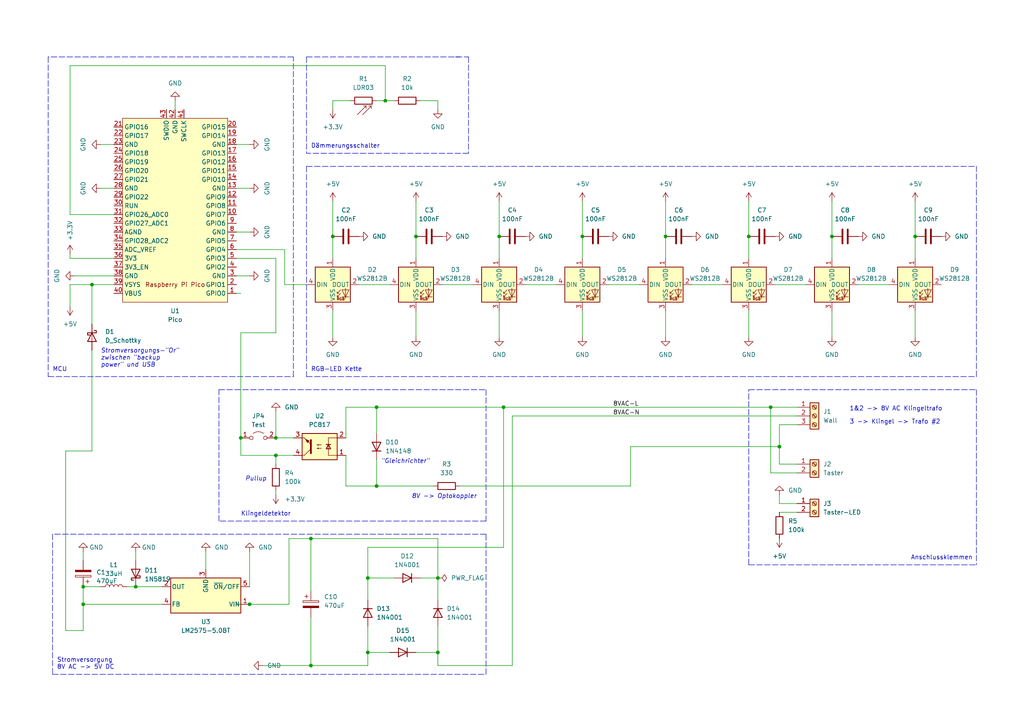
<source format=kicad_sch>
(kicad_sch (version 20211123) (generator eeschema)
  (paper "A4")
  (title_block (title "Türschild Heinrichsweg 9, 52249 Eschweiler"))
  (lib_symbols
    (symbol "Connector:Screw_Terminal_01x02" (pin_names (offset 1.016) hide)
      (property "Reference" "J" (at 0 2.54 0))
      (property "Value" "Screw_Terminal_01x02" (at 0 -5.08 0))
      (symbol "Screw_Terminal_01x02_1_1"
        (rectangle (start -1.27 1.27) (end 1.27 -3.81) (stroke (width 0.254)) (fill (type background)))
        (circle (center 0 -2.54) (radius 0.635) (stroke (width 0.1524)))
        (polyline (pts (xy -0.5334 -2.2098) (xy 0.3302 -3.048)) (stroke (width 0.1524)))
        (polyline (pts (xy -0.5334 0.3302) (xy 0.3302 -0.508)) (stroke (width 0.1524)))
        (polyline (pts (xy -0.3556 -2.032) (xy 0.508 -2.8702)) (stroke (width 0.1524)))
        (polyline (pts (xy -0.3556 0.508) (xy 0.508 -0.3302)) (stroke (width 0.1524)))
        (circle (center 0 0) (radius 0.635) (stroke (width 0.1524)))
        (pin passive line (at -5.08 0 0) (length 3.81) (name "Pin_1") (number "1"))
        (pin passive line (at -5.08 -2.54 0) (length 3.81) (name "Pin_2") (number "2"))
      )
    )
    (symbol "Connector:Screw_Terminal_01x03" (pin_names (offset 1.016) hide)
      (property "Reference" "J" (at 0 5.08 0))
      (property "Value" "Screw_Terminal_01x03" (at 0 -5.08 0))
      (symbol "Screw_Terminal_01x03_1_1"
        (rectangle (start -1.27 3.81) (end 1.27 -3.81) (stroke (width 0.254)) (fill (type background)))
        (circle (center 0 -2.54) (radius 0.635) (stroke (width 0.1524)))
        (polyline (pts (xy -0.5334 -2.2098) (xy 0.3302 -3.048)) (stroke (width 0.1524)))
        (polyline (pts (xy -0.5334 0.3302) (xy 0.3302 -0.508)) (stroke (width 0.1524)))
        (polyline (pts (xy -0.5334 2.8702) (xy 0.3302 2.032)) (stroke (width 0.1524)))
        (polyline (pts (xy -0.3556 -2.032) (xy 0.508 -2.8702)) (stroke (width 0.1524)))
        (polyline (pts (xy -0.3556 0.508) (xy 0.508 -0.3302)) (stroke (width 0.1524)))
        (polyline (pts (xy -0.3556 3.048) (xy 0.508 2.2098)) (stroke (width 0.1524)))
        (circle (center 0 0) (radius 0.635) (stroke (width 0.1524)))
        (circle (center 0 2.54) (radius 0.635) (stroke (width 0.1524)))
        (pin passive line (at -5.08 2.54 0) (length 3.81) (name "Pin_1") (number "1"))
        (pin passive line (at -5.08 0 0) (length 3.81) (name "Pin_2") (number "2"))
        (pin passive line (at -5.08 -2.54 0) (length 3.81) (name "Pin_3") (number "3"))
      )
    )
    (symbol "Device:C" (pin_numbers hide) (pin_names (offset 0.254))
      (property "Reference" "C" (at 0.635 2.54 0))
      (property "Value" "C" (at 0.635 -2.54 0))
      (symbol "C_0_1"
        (polyline (pts (xy -2.032 -0.762) (xy 2.032 -0.762)) (stroke (width 0.508)))
        (polyline (pts (xy -2.032 0.762) (xy 2.032 0.762)) (stroke (width 0.508)))
      )
      (symbol "C_1_1"
        (pin passive line (at 0 3.81 270) (length 2.794) (name "~") (number "1"))
        (pin passive line (at 0 -3.81 90) (length 2.794) (name "~") (number "2"))
      )
    )
    (symbol "Device:C_Polarized" (pin_numbers hide) (pin_names (offset 0.254))
      (property "Reference" "C" (at 0.635 2.54 0))
      (property "Value" "C_Polarized" (at 0.635 -2.54 0))
      (symbol "C_Polarized_0_1"
        (rectangle (start -2.286 0.508) (end 2.286 1.016))
        (polyline (pts (xy -1.778 2.286) (xy -0.762 2.286)))
        (polyline (pts (xy -1.27 2.794) (xy -1.27 1.778)))
        (rectangle (start 2.286 -0.508) (end -2.286 -1.016) (fill (type outline)))
      )
      (symbol "C_Polarized_1_1"
        (pin passive line (at 0 3.81 270) (length 2.794) (name "~") (number "1"))
        (pin passive line (at 0 -3.81 90) (length 2.794) (name "~") (number "2"))
      )
    )
    (symbol "Device:D_Schottky" (pin_numbers hide) (pin_names (offset 1.016) hide)
      (property "Reference" "D" (at 0 2.54 0))
      (property "Value" "D_Schottky" (at 0 -2.54 0))
      (symbol "D_Schottky_0_1"
        (polyline (pts (xy 1.27 0) (xy -1.27 0)))
        (polyline (pts (xy 1.27 1.27) (xy 1.27 -1.27) (xy -1.27 0) (xy 1.27 1.27)) (stroke (width 0.254)))
        (polyline (pts (xy -1.905 0.635) (xy -1.905 1.27) (xy -1.27 1.27) (xy -1.27 -1.27) (xy -0.635 -1.27) (xy -0.635 -0.635)) (stroke (width 0.254)))
      )
      (symbol "D_Schottky_1_1"
        (pin passive line (at -3.81 0 0) (length 2.54) (name "K") (number "1"))
        (pin passive line (at 3.81 0 180) (length 2.54) (name "A") (number "2"))
      )
    )
    (symbol "Device:L" (pin_numbers hide) (pin_names (offset 1.016) hide)
      (property "Reference" "L" (at -1.27 0 90))
      (property "Value" "L" (at 1.905 0 90))
      (symbol "L_0_1"
        (arc (start 0 -2.54) (mid 0.635 -1.905) (end 0 -1.27))
        (arc (start 0 -1.27) (mid 0.635 -0.635) (end 0 0))
        (arc (start 0 0) (mid 0.635 0.635) (end 0 1.27))
        (arc (start 0 1.27) (mid 0.635 1.905) (end 0 2.54))
      )
      (symbol "L_1_1"
        (pin passive line (at 0 3.81 270) (length 1.27) (name "1") (number "1"))
        (pin passive line (at 0 -3.81 90) (length 1.27) (name "2") (number "2"))
      )
    )
    (symbol "Device:R" (pin_numbers hide) (pin_names (offset 0))
      (property "Reference" "R" (at 2.032 0 90))
      (property "Value" "R" (at 0 0 90))
      (symbol "R_0_1"
        (rectangle (start -1.016 -2.54) (end 1.016 2.54) (stroke (width 0.254)))
      )
      (symbol "R_1_1"
        (pin passive line (at 0 3.81 270) (length 1.27) (name "~") (number "1"))
        (pin passive line (at 0 -3.81 90) (length 1.27) (name "~") (number "2"))
      )
    )
    (symbol "Diode:1N4001" (pin_numbers hide) (pin_names (offset 1.016) hide)
      (property "Reference" "D" (at 0 2.54 0))
      (property "Value" "1N4001" (at 0 -2.54 0))
      (symbol "1N4001_0_1"
        (polyline (pts (xy -1.27 1.27) (xy -1.27 -1.27)) (stroke (width 0.254)))
        (polyline (pts (xy 1.27 0) (xy -1.27 0)))
        (polyline (pts (xy 1.27 1.27) (xy 1.27 -1.27) (xy -1.27 0) (xy 1.27 1.27)) (stroke (width 0.254)))
      )
      (symbol "1N4001_1_1"
        (pin passive line (at -3.81 0 0) (length 2.54) (name "K") (number "1"))
        (pin passive line (at 3.81 0 180) (length 2.54) (name "A") (number "2"))
      )
    )
    (symbol "Diode:1N4148" (pin_numbers hide) (pin_names (offset 1.016) hide)
      (property "Reference" "D" (at 0 2.54 0))
      (property "Value" "1N4148" (at 0 -2.54 0))
      (symbol "1N4148_0_1"
        (polyline (pts (xy -1.27 1.27) (xy -1.27 -1.27)) (stroke (width 0.254)))
        (polyline (pts (xy 1.27 0) (xy -1.27 0)))
        (polyline (pts (xy 1.27 1.27) (xy 1.27 -1.27) (xy -1.27 0) (xy 1.27 1.27)) (stroke (width 0.254)))
      )
      (symbol "1N4148_1_1"
        (pin passive line (at -3.81 0 0) (length 2.54) (name "K") (number "1"))
        (pin passive line (at 3.81 0 180) (length 2.54) (name "A") (number "2"))
      )
    )
    (symbol "Diode:1N5819" (pin_numbers hide) (pin_names (offset 1.016) hide)
      (property "Reference" "D" (at 0 2.54 0))
      (property "Value" "1N5819" (at 0 -2.54 0))
      (symbol "1N5819_0_1"
        (polyline (pts (xy 1.27 0) (xy -1.27 0)))
        (polyline (pts (xy 1.27 1.27) (xy 1.27 -1.27) (xy -1.27 0) (xy 1.27 1.27)) (stroke (width 0.254)))
        (polyline (pts (xy -1.905 0.635) (xy -1.905 1.27) (xy -1.27 1.27) (xy -1.27 -1.27) (xy -0.635 -1.27) (xy -0.635 -0.635)) (stroke (width 0.254)))
      )
      (symbol "1N5819_1_1"
        (pin passive line (at -3.81 0 0) (length 2.54) (name "K") (number "1"))
        (pin passive line (at 3.81 0 180) (length 2.54) (name "A") (number "2"))
      )
    )
    (symbol "Isolator:PC817" (pin_names (offset 1.016))
      (property "Reference" "U" (at -5.08 5.08 0))
      (property "Value" "PC817" (at 0 5.08 0))
      (symbol "PC817_0_1"
        (rectangle (start -5.08 3.81) (end 5.08 -3.81) (stroke (width 0.254)) (fill (type background)))
        (polyline (pts (xy -3.175 -0.635) (xy -1.905 -0.635)) (stroke (width 0.254)))
        (polyline (pts (xy 2.54 0.635) (xy 4.445 2.54)))
        (polyline (pts (xy 4.445 -2.54) (xy 2.54 -0.635)) (fill (type outline)))
        (polyline (pts (xy 4.445 -2.54) (xy 5.08 -2.54)))
        (polyline (pts (xy 4.445 2.54) (xy 5.08 2.54)))
        (polyline (pts (xy -5.08 2.54) (xy -2.54 2.54) (xy -2.54 -0.635)))
        (polyline (pts (xy -2.54 -0.635) (xy -2.54 -2.54) (xy -5.08 -2.54)))
        (polyline (pts (xy 2.54 1.905) (xy 2.54 -1.905) (xy 2.54 -1.905)) (stroke (width 0.508)))
        (polyline (pts (xy -2.54 -0.635) (xy -3.175 0.635) (xy -1.905 0.635) (xy -2.54 -0.635)) (stroke (width 0.254)))
        (polyline (pts (xy -0.508 -0.508) (xy 0.762 -0.508) (xy 0.381 -0.635) (xy 0.381 -0.381) (xy 0.762 -0.508)))
        (polyline (pts (xy -0.508 0.508) (xy 0.762 0.508) (xy 0.381 0.381) (xy 0.381 0.635) (xy 0.762 0.508)))
        (polyline (pts (xy 3.048 -1.651) (xy 3.556 -1.143) (xy 4.064 -2.159) (xy 3.048 -1.651) (xy 3.048 -1.651)) (fill (type outline)))
      )
      (symbol "PC817_1_1"
        (pin passive line (at -7.62 2.54 0) (length 2.54) (name "~") (number "1"))
        (pin passive line (at -7.62 -2.54 0) (length 2.54) (name "~") (number "2"))
        (pin passive line (at 7.62 -2.54 180) (length 2.54) (name "~") (number "3"))
        (pin passive line (at 7.62 2.54 180) (length 2.54) (name "~") (number "4"))
      )
    )
    (symbol "Jumper:Jumper_2_Open" (pin_names (offset 0) hide)
      (property "Reference" "JP" (at 0 2.794 0))
      (property "Value" "Jumper_2_Open" (at 0 -2.286 0))
      (symbol "Jumper_2_Open_0_0"
        (circle (center -2.032 0) (radius 0.508))
        (circle (center 2.032 0) (radius 0.508))
      )
      (symbol "Jumper_2_Open_0_1"
        (arc (start 1.524 1.27) (mid 0 1.778) (end -1.524 1.27))
      )
      (symbol "Jumper_2_Open_1_1"
        (pin passive line (at -5.08 0 0) (length 2.54) (name "A") (number "1"))
        (pin passive line (at 5.08 0 180) (length 2.54) (name "B") (number "2"))
      )
    )
    (symbol "LED:WS2812B" (pin_names (offset 0.254))
      (property "Reference" "D" (at 5.08 5.715 0))
      (property "Value" "WS2812B" (at 1.27 -5.715 0))
      (symbol "WS2812B_0_0"
        (text "RGB" (at 2.286 -4.191 0) (effects (font (size 0.762 0.762))))
      )
      (symbol "WS2812B_0_1"
        (polyline (pts (xy 1.27 -3.556) (xy 1.778 -3.556)))
        (polyline (pts (xy 1.27 -2.54) (xy 1.778 -2.54)))
        (polyline (pts (xy 4.699 -3.556) (xy 2.667 -3.556)))
        (polyline (pts (xy 2.286 -2.54) (xy 1.27 -3.556) (xy 1.27 -3.048)))
        (polyline (pts (xy 2.286 -1.524) (xy 1.27 -2.54) (xy 1.27 -2.032)))
        (polyline (pts (xy 3.683 -1.016) (xy 3.683 -3.556) (xy 3.683 -4.064)))
        (polyline (pts (xy 4.699 -1.524) (xy 2.667 -1.524) (xy 3.683 -3.556) (xy 4.699 -1.524)))
        (rectangle (start 5.08 5.08) (end -5.08 -5.08) (stroke (width 0.254)) (fill (type background)))
      )
      (symbol "WS2812B_1_1"
        (pin power_in line (at 0 7.62 270) (length 2.54) (name "VDD") (number "1"))
        (pin output line (at 7.62 0 180) (length 2.54) (name "DOUT") (number "2"))
        (pin power_in line (at 0 -7.62 90) (length 2.54) (name "VSS") (number "3"))
        (pin input line (at -7.62 0 0) (length 2.54) (name "DIN") (number "4"))
      )
    )
    (symbol "MCU_RaspberryPi_and_Boards:Pico"
      (property "Reference" "U" (at -13.97 27.94 0))
      (property "Value" "Pico" (at 0 19.05 0))
      (symbol "Pico_0_0"
        (text "Raspberry Pi Pico" (at 0 21.59 0) (effects (font (size 1.27 1.27))))
      )
      (symbol "Pico_0_1"
        (rectangle (start -15.24 26.67) (end 15.24 -26.67) (fill (type background)))
      )
      (symbol "Pico_1_1"
        (pin bidirectional line (at -17.78 24.13 0) (length 2.54) (name "GPIO0") (number "1"))
        (pin bidirectional line (at -17.78 1.27 0) (length 2.54) (name "GPIO7") (number "10"))
        (pin bidirectional line (at -17.78 -1.27 0) (length 2.54) (name "GPIO8") (number "11"))
        (pin bidirectional line (at -17.78 -3.81 0) (length 2.54) (name "GPIO9") (number "12"))
        (pin power_in line (at -17.78 -6.35 0) (length 2.54) (name "GND") (number "13"))
        (pin bidirectional line (at -17.78 -8.89 0) (length 2.54) (name "GPIO10") (number "14"))
        (pin bidirectional line (at -17.78 -11.43 0) (length 2.54) (name "GPIO11") (number "15"))
        (pin bidirectional line (at -17.78 -13.97 0) (length 2.54) (name "GPIO12") (number "16"))
        (pin bidirectional line (at -17.78 -16.51 0) (length 2.54) (name "GPIO13") (number "17"))
        (pin power_in line (at -17.78 -19.05 0) (length 2.54) (name "GND") (number "18"))
        (pin bidirectional line (at -17.78 -21.59 0) (length 2.54) (name "GPIO14") (number "19"))
        (pin bidirectional line (at -17.78 21.59 0) (length 2.54) (name "GPIO1") (number "2"))
        (pin bidirectional line (at -17.78 -24.13 0) (length 2.54) (name "GPIO15") (number "20"))
        (pin bidirectional line (at 17.78 -24.13 180) (length 2.54) (name "GPIO16") (number "21"))
        (pin bidirectional line (at 17.78 -21.59 180) (length 2.54) (name "GPIO17") (number "22"))
        (pin power_in line (at 17.78 -19.05 180) (length 2.54) (name "GND") (number "23"))
        (pin bidirectional line (at 17.78 -16.51 180) (length 2.54) (name "GPIO18") (number "24"))
        (pin bidirectional line (at 17.78 -13.97 180) (length 2.54) (name "GPIO19") (number "25"))
        (pin bidirectional line (at 17.78 -11.43 180) (length 2.54) (name "GPIO20") (number "26"))
        (pin bidirectional line (at 17.78 -8.89 180) (length 2.54) (name "GPIO21") (number "27"))
        (pin power_in line (at 17.78 -6.35 180) (length 2.54) (name "GND") (number "28"))
        (pin bidirectional line (at 17.78 -3.81 180) (length 2.54) (name "GPIO22") (number "29"))
        (pin power_in line (at -17.78 19.05 0) (length 2.54) (name "GND") (number "3"))
        (pin input line (at 17.78 -1.27 180) (length 2.54) (name "RUN") (number "30"))
        (pin bidirectional line (at 17.78 1.27 180) (length 2.54) (name "GPIO26_ADC0") (number "31"))
        (pin bidirectional line (at 17.78 3.81 180) (length 2.54) (name "GPIO27_ADC1") (number "32"))
        (pin power_in line (at 17.78 6.35 180) (length 2.54) (name "AGND") (number "33"))
        (pin bidirectional line (at 17.78 8.89 180) (length 2.54) (name "GPIO28_ADC2") (number "34"))
        (pin power_in line (at 17.78 11.43 180) (length 2.54) (name "ADC_VREF") (number "35"))
        (pin power_in line (at 17.78 13.97 180) (length 2.54) (name "3V3") (number "36"))
        (pin input line (at 17.78 16.51 180) (length 2.54) (name "3V3_EN") (number "37"))
        (pin bidirectional line (at 17.78 19.05 180) (length 2.54) (name "GND") (number "38"))
        (pin power_in line (at 17.78 21.59 180) (length 2.54) (name "VSYS") (number "39"))
        (pin bidirectional line (at -17.78 16.51 0) (length 2.54) (name "GPIO2") (number "4"))
        (pin power_in line (at 17.78 24.13 180) (length 2.54) (name "VBUS") (number "40"))
        (pin input line (at -2.54 -29.21 90) (length 2.54) (name "SWCLK") (number "41"))
        (pin power_in line (at 0 -29.21 90) (length 2.54) (name "GND") (number "42"))
        (pin bidirectional line (at 2.54 -29.21 90) (length 2.54) (name "SWDIO") (number "43"))
        (pin bidirectional line (at -17.78 13.97 0) (length 2.54) (name "GPIO3") (number "5"))
        (pin bidirectional line (at -17.78 11.43 0) (length 2.54) (name "GPIO4") (number "6"))
        (pin bidirectional line (at -17.78 8.89 0) (length 2.54) (name "GPIO5") (number "7"))
        (pin power_in line (at -17.78 6.35 0) (length 2.54) (name "GND") (number "8"))
        (pin bidirectional line (at -17.78 3.81 0) (length 2.54) (name "GPIO6") (number "9"))
      )
    )
    (symbol "Regulator_Switching:LM2575-5.0BT" (pin_names (offset 0.254))
      (property "Reference" "U" (at -10.16 6.35 0))
      (property "Value" "LM2575-5.0BT" (at 0 6.35 0))
      (symbol "LM2575-5.0BT_0_1"
        (rectangle (start -10.16 5.08) (end 10.16 -5.08) (stroke (width 0.254)) (fill (type background)))
      )
      (symbol "LM2575-5.0BT_1_1"
        (pin power_in line (at -12.7 2.54 0) (length 2.54) (name "VIN") (number "1"))
        (pin output line (at 12.7 -2.54 180) (length 2.54) (name "OUT") (number "2"))
        (pin power_in line (at 0 -7.62 90) (length 2.54) (name "GND") (number "3"))
        (pin input line (at 12.7 2.54 180) (length 2.54) (name "FB") (number "4"))
        (pin input line (at -12.7 -2.54 0) (length 2.54) (name "~{ON}/OFF") (number "5"))
      )
    )
    (symbol "Sensor_Optical:LDR03" (pin_numbers hide) (pin_names (offset 0))
      (property "Reference" "R" (at -5.08 0 90))
      (property "Value" "LDR03" (at 1.905 0 90))
      (symbol "LDR03_0_1"
        (rectangle (start -1.016 2.54) (end 1.016 -2.54) (stroke (width 0.254)))
        (polyline (pts (xy -1.524 -2.286) (xy -4.064 0.254)))
        (polyline (pts (xy -1.524 -2.286) (xy -2.286 -2.286)))
        (polyline (pts (xy -1.524 -2.286) (xy -1.524 -1.524)))
        (polyline (pts (xy -1.524 -0.762) (xy -4.064 1.778)))
        (polyline (pts (xy -1.524 -0.762) (xy -2.286 -0.762)))
        (polyline (pts (xy -1.524 -0.762) (xy -1.524 0)))
      )
      (symbol "LDR03_1_1"
        (pin passive line (at 0 3.81 270) (length 1.27) (name "~") (number "1"))
        (pin passive line (at 0 -3.81 90) (length 1.27) (name "~") (number "2"))
      )
    )
    (symbol "power:+3.3V" (power) (pin_names (offset 0))
      (property "Value" "+3.3V" (at 0 3.556 0))
      (symbol "+3.3V_0_1"
        (polyline (pts (xy -0.762 1.27) (xy 0 2.54)))
        (polyline (pts (xy 0 0) (xy 0 2.54)))
        (polyline (pts (xy 0 2.54) (xy 0.762 1.27)))
      )
      (symbol "+3.3V_1_1"
        (pin power_in line (at 0 0 90) (length 0) hide (name "+3.3V") (number "1"))
      )
    )
    (symbol "power:+5V" (power) (pin_names (offset 0))
      (property "Value" "+5V" (at 0 3.556 0))
      (symbol "+5V_0_1"
        (polyline (pts (xy -0.762 1.27) (xy 0 2.54)))
        (polyline (pts (xy 0 0) (xy 0 2.54)))
        (polyline (pts (xy 0 2.54) (xy 0.762 1.27)))
      )
      (symbol "+5V_1_1"
        (pin power_in line (at 0 0 90) (length 0) hide (name "+5V") (number "1"))
      )
    )
    (symbol "power:GND" (power) (pin_names (offset 0))
      (property "Value" "GND" (at 0 -3.81 0))
      (symbol "GND_0_1"
        (polyline (pts (xy 0 0) (xy 0 -1.27) (xy 1.27 -1.27) (xy 0 -2.54) (xy -1.27 -1.27) (xy 0 -1.27)))
      )
      (symbol "GND_1_1"
        (pin power_in line (at 0 0 270) (length 0) hide (name "GND") (number "1"))
      )
    )
    (symbol "power:PWR_FLAG" (power) (pin_numbers hide) (pin_names (offset 0) hide)
      (property "Value" "PWR_FLAG" (at 0 3.81 0))
      (symbol "PWR_FLAG_0_0"
        (pin power_out line (at 0 0 90) (length 0) (name "pwr") (number "1"))
      )
      (symbol "PWR_FLAG_0_1"
        (polyline (pts (xy 0 0) (xy 0 1.27) (xy -1.016 1.905) (xy 0 2.54) (xy 1.016 1.905) (xy 0 1.27)))
      )
    )
  )
  (junction (at 39.37 170.18))
  (junction (at 168.91 68.58))
  (junction (at 109.22 118.11))
  (junction (at 146.05 118.11))
  (junction (at 80.01 127))
  (junction (at 217.17 68.58))
  (junction (at 226.06 129.54))
  (junction (at 90.17 156.21))
  (junction (at 127 189.23))
  (junction (at 72.39 175.26))
  (junction (at 265.43 68.58))
  (junction (at 80.01 132.08))
  (junction (at 223.52 118.11))
  (junction (at 241.3 68.58))
  (junction (at 144.78 68.58))
  (junction (at 109.22 140.97))
  (junction (at 24.13 170.18))
  (junction (at 96.52 68.58))
  (junction (at 127 167.64))
  (junction (at 69.85 127))
  (junction (at 106.68 189.23))
  (junction (at 120.65 68.58))
  (junction (at 106.68 167.64))
  (junction (at 90.17 193.04))
  (junction (at 24.13 175.26))
  (junction (at 26.67 82.55))
  (junction (at 111.76 29.21))
  (junction (at 193.04 68.58))
  (wire (pts (xy 68.58 74.93) (xy 80.01 74.93)))
  (wire (pts (xy 100.33 118.11) (xy 109.22 118.11)))
  (polyline (pts (xy 88.9 48.26) (xy 283.21 48.26)))
  (wire (pts (xy 223.52 118.11) (xy 231.14 118.11)))
  (wire (pts (xy 248.92 82.55) (xy 257.81 82.55)))
  (polyline (pts (xy 15.24 195.58) (xy 140.97 195.58)))
  (wire (pts (xy 148.59 120.65) (xy 148.59 193.04)))
  (polyline (pts (xy 88.9 16.51) (xy 88.9 44.45)))
  (wire (pts (xy 19.05 182.88) (xy 19.05 130.81)))
  (wire (pts (xy 20.32 19.05) (xy 20.32 62.23)))
  (wire (pts (xy 68.58 54.61) (xy 72.39 54.61)))
  (wire (pts (xy 68.58 72.39) (xy 82.55 72.39)))
  (wire (pts (xy 128.27 82.55) (xy 137.16 82.55)))
  (wire (pts (xy 265.43 90.17) (xy 265.43 97.79)))
  (wire (pts (xy 24.13 160.02) (xy 24.13 162.56)))
  (wire (pts (xy 193.04 97.79) (xy 193.04 90.17)))
  (wire (pts (xy 217.17 68.58) (xy 217.17 74.93)))
  (polyline (pts (xy 135.89 44.45) (xy 88.9 44.45)))
  (wire (pts (xy 20.32 82.55) (xy 20.32 88.9)))
  (polyline (pts (xy 140.97 113.03) (xy 140.97 151.13)))
  (wire (pts (xy 265.43 58.42) (xy 265.43 68.58)))
  (wire (pts (xy 226.06 146.05) (xy 231.14 146.05)))
  (wire (pts (xy 144.78 90.17) (xy 144.78 97.79)))
  (wire (pts (xy 109.22 29.21) (xy 111.76 29.21)))
  (wire (pts (xy 226.06 134.62) (xy 231.14 134.62)))
  (polyline (pts (xy 140.97 151.13) (xy 63.5 151.13)))
  (wire (pts (xy 111.76 29.21) (xy 114.3 29.21)))
  (wire (pts (xy 152.4 82.55) (xy 161.29 82.55)))
  (polyline (pts (xy 63.5 113.03) (xy 140.97 113.03)))
  (wire (pts (xy 109.22 133.35) (xy 109.22 140.97)))
  (wire (pts (xy 120.65 90.17) (xy 120.65 97.79)))
  (polyline (pts (xy 63.5 151.13) (xy 63.5 113.03)))
  (polyline (pts (xy 132.08 16.51) (xy 133.35 16.51)))
  (wire (pts (xy 83.82 156.21) (xy 83.82 175.26)))
  (wire (pts (xy 100.33 127) (xy 100.33 118.11)))
  (wire (pts (xy 106.68 158.75) (xy 146.05 158.75)))
  (wire (pts (xy 226.06 129.54) (xy 226.06 134.62)))
  (wire (pts (xy 96.52 68.58) (xy 96.52 74.93)))
  (wire (pts (xy 20.32 74.93) (xy 33.02 74.93)))
  (wire (pts (xy 106.68 173.99) (xy 106.68 167.64)))
  (wire (pts (xy 26.67 130.81) (xy 26.67 101.6)))
  (wire (pts (xy 193.04 68.58) (xy 193.04 74.93)))
  (wire (pts (xy 101.6 29.21) (xy 96.52 29.21)))
  (wire (pts (xy 146.05 118.11) (xy 146.05 158.75)))
  (wire (pts (xy 127 181.61) (xy 127 189.23)))
  (wire (pts (xy 193.04 58.42) (xy 193.04 68.58)))
  (wire (pts (xy 226.06 148.59) (xy 231.14 148.59)))
  (wire (pts (xy 224.79 82.55) (xy 233.68 82.55)))
  (polyline (pts (xy 140.97 154.94) (xy 15.24 154.94)))
  (wire (pts (xy 76.2 193.04) (xy 90.17 193.04)))
  (wire (pts (xy 100.33 140.97) (xy 109.22 140.97)))
  (wire (pts (xy 36.83 170.18) (xy 39.37 170.18)))
  (wire (pts (xy 26.67 82.55) (xy 26.67 93.98)))
  (polyline (pts (xy 85.09 109.22) (xy 85.09 16.51)))
  (wire (pts (xy 241.3 58.42) (xy 241.3 68.58)))
  (wire (pts (xy 59.69 160.02) (xy 59.69 165.1)))
  (wire (pts (xy 68.58 67.31) (xy 72.39 67.31)))
  (wire (pts (xy 241.3 68.58) (xy 241.3 74.93)))
  (wire (pts (xy 168.91 68.58) (xy 168.91 74.93)))
  (wire (pts (xy 68.58 80.01) (xy 72.39 80.01)))
  (wire (pts (xy 168.91 58.42) (xy 168.91 68.58)))
  (wire (pts (xy 106.68 193.04) (xy 90.17 193.04)))
  (polyline (pts (xy 217.17 163.83) (xy 217.17 113.03)))
  (wire (pts (xy 182.88 129.54) (xy 226.06 129.54)))
  (wire (pts (xy 200.66 82.55) (xy 209.55 82.55)))
  (polyline (pts (xy 88.9 109.22) (xy 283.21 109.22)))
  (wire (pts (xy 19.05 182.88) (xy 24.13 182.88)))
  (wire (pts (xy 241.3 97.79) (xy 241.3 90.17)))
  (wire (pts (xy 96.52 58.42) (xy 96.52 68.58)))
  (wire (pts (xy 69.85 127) (xy 69.85 96.52)))
  (wire (pts (xy 106.68 189.23) (xy 106.68 193.04)))
  (wire (pts (xy 29.21 54.61) (xy 33.02 54.61)))
  (wire (pts (xy 80.01 142.24) (xy 80.01 143.51)))
  (wire (pts (xy 120.65 68.58) (xy 120.65 74.93)))
  (wire (pts (xy 127 167.64) (xy 127 173.99)))
  (wire (pts (xy 20.32 19.05) (xy 111.76 19.05)))
  (wire (pts (xy 217.17 58.42) (xy 217.17 68.58)))
  (polyline (pts (xy 283.21 113.03) (xy 283.21 163.83)))
  (wire (pts (xy 231.14 137.16) (xy 223.52 137.16)))
  (wire (pts (xy 231.14 123.19) (xy 226.06 123.19)))
  (wire (pts (xy 39.37 160.02) (xy 39.37 162.56)))
  (wire (pts (xy 24.13 170.18) (xy 29.21 170.18)))
  (wire (pts (xy 80.01 119.38) (xy 80.01 127)))
  (wire (pts (xy 144.78 58.42) (xy 144.78 68.58)))
  (polyline (pts (xy 283.21 109.22) (xy 283.21 48.26)))
  (wire (pts (xy 69.85 96.52) (xy 80.01 96.52)))
  (wire (pts (xy 148.59 120.65) (xy 231.14 120.65)))
  (wire (pts (xy 24.13 170.18) (xy 24.13 175.26)))
  (wire (pts (xy 24.13 175.26) (xy 24.13 182.88)))
  (wire (pts (xy 69.85 132.08) (xy 80.01 132.08)))
  (wire (pts (xy 39.37 170.18) (xy 46.99 170.18)))
  (wire (pts (xy 90.17 156.21) (xy 127 156.21)))
  (wire (pts (xy 226.06 143.51) (xy 226.06 146.05)))
  (wire (pts (xy 121.92 167.64) (xy 127 167.64)))
  (wire (pts (xy 20.32 73.66) (xy 20.32 74.93)))
  (wire (pts (xy 265.43 68.58) (xy 265.43 74.93)))
  (wire (pts (xy 109.22 140.97) (xy 125.73 140.97)))
  (wire (pts (xy 127 29.21) (xy 127 31.75)))
  (polyline (pts (xy 217.17 163.83) (xy 283.21 163.83)))
  (wire (pts (xy 182.88 140.97) (xy 182.88 129.54)))
  (wire (pts (xy 226.06 123.19) (xy 226.06 129.54)))
  (wire (pts (xy 29.21 41.91) (xy 33.02 41.91)))
  (wire (pts (xy 121.92 29.21) (xy 127 29.21)))
  (wire (pts (xy 69.85 127) (xy 69.85 132.08)))
  (wire (pts (xy 111.76 29.21) (xy 111.76 19.05)))
  (polyline (pts (xy 135.89 16.51) (xy 135.89 44.45)))
  (wire (pts (xy 68.58 175.26) (xy 72.39 175.26)))
  (wire (pts (xy 68.58 41.91) (xy 72.39 41.91)))
  (wire (pts (xy 217.17 90.17) (xy 217.17 97.79)))
  (wire (pts (xy 120.65 58.42) (xy 120.65 68.58)))
  (polyline (pts (xy 140.97 195.58) (xy 140.97 154.94)))
  (wire (pts (xy 24.13 175.26) (xy 46.99 175.26)))
  (wire (pts (xy 90.17 179.07) (xy 90.17 193.04)))
  (polyline (pts (xy 13.97 109.22) (xy 85.09 109.22)))
  (wire (pts (xy 96.52 90.17) (xy 96.52 97.79)))
  (wire (pts (xy 127 167.64) (xy 127 156.21)))
  (wire (pts (xy 72.39 175.26) (xy 83.82 175.26)))
  (wire (pts (xy 80.01 127) (xy 85.09 127)))
  (wire (pts (xy 223.52 137.16) (xy 223.52 118.11)))
  (wire (pts (xy 176.53 82.55) (xy 185.42 82.55)))
  (wire (pts (xy 33.02 82.55) (xy 26.67 82.55)))
  (wire (pts (xy 146.05 118.11) (xy 109.22 118.11)))
  (polyline (pts (xy 217.17 113.03) (xy 283.21 113.03)))
  (wire (pts (xy 113.03 189.23) (xy 106.68 189.23)))
  (wire (pts (xy 96.52 29.21) (xy 96.52 31.75)))
  (wire (pts (xy 106.68 167.64) (xy 114.3 167.64)))
  (wire (pts (xy 69.85 85.09) (xy 68.58 85.09)))
  (polyline (pts (xy 13.97 16.51) (xy 13.97 109.22)))
  (wire (pts (xy 90.17 156.21) (xy 83.82 156.21)))
  (wire (pts (xy 106.68 189.23) (xy 106.68 181.61)))
  (wire (pts (xy 120.65 189.23) (xy 127 189.23)))
  (wire (pts (xy 50.8 29.21) (xy 50.8 31.75)))
  (polyline (pts (xy 85.09 16.51) (xy 13.97 16.51)))
  (polyline (pts (xy 88.9 16.51) (xy 135.89 16.51)))
  (wire (pts (xy 146.05 118.11) (xy 223.52 118.11)))
  (wire (pts (xy 26.67 82.55) (xy 20.32 82.55)))
  (wire (pts (xy 19.05 130.81) (xy 26.67 130.81)))
  (wire (pts (xy 80.01 134.62) (xy 80.01 132.08)))
  (wire (pts (xy 168.91 90.17) (xy 168.91 97.79)))
  (wire (pts (xy 72.39 160.02) (xy 72.39 170.18)))
  (polyline (pts (xy 15.24 154.94) (xy 15.24 195.58)))
  (wire (pts (xy 21.59 80.01) (xy 33.02 80.01)))
  (wire (pts (xy 82.55 82.55) (xy 82.55 72.39)))
  (wire (pts (xy 104.14 82.55) (xy 113.03 82.55)))
  (wire (pts (xy 133.35 140.97) (xy 182.88 140.97)))
  (wire (pts (xy 88.9 82.55) (xy 82.55 82.55)))
  (wire (pts (xy 144.78 68.58) (xy 144.78 74.93)))
  (wire (pts (xy 100.33 132.08) (xy 100.33 140.97)))
  (wire (pts (xy 80.01 96.52) (xy 80.01 74.93)))
  (wire (pts (xy 80.01 132.08) (xy 85.09 132.08)))
  (wire (pts (xy 90.17 156.21) (xy 90.17 171.45)))
  (wire (pts (xy 109.22 118.11) (xy 109.22 125.73)))
  (wire (pts (xy 106.68 158.75) (xy 106.68 167.64)))
  (wire (pts (xy 127 189.23) (xy 127 193.04)))
  (polyline (pts (xy 88.9 48.26) (xy 88.9 109.22)))
  (wire (pts (xy 127 193.04) (xy 148.59 193.04)))
  (wire (pts (xy 20.32 62.23) (xy 33.02 62.23)))
  (text "RGB-LED Kette" (at 90.17 107.95 0) (effects (font (size 1.27 1.27)) (justify left bottom)))
  (text "Anschlussklemmen" (at 264.16 162.56 0) (effects (font (size 1.27 1.27)) (justify left bottom)))
  (text "1&2 -> 8V AC Klingeltrafo" (at 246.38 119.38 0) (effects (font (size 1.27 1.27)) (justify left bottom)))
  (text "8V -> Optokoppler" (at 119.38 144.78 0) (effects (font (size 1.27 1.27) italic) (justify left bottom)))
  (text "\"Gleichrichter\"" (at 110.49 134.62 0) (effects (font (size 1.27 1.27) italic) (justify left bottom)))
  (text "Stromversorgung\n8V AC -> 5V DC" (at 16.51 194.31 0) (effects (font (size 1.27 1.27)) (justify left bottom)))
  (text "3 -> Klingel -> Trafo #2" (at 246.38 123.19 0) (effects (font (size 1.27 1.27)) (justify left bottom)))
  (text "Pullup" (at 71.12 139.7 0) (effects (font (size 1.27 1.27) italic) (justify left bottom)))
  (text "Klingeldetektor" (at 69.85 149.86 0) (effects (font (size 1.27 1.27)) (justify left bottom)))
  (text "MCU" (at 15.24 107.95 0) (effects (font (size 1.27 1.27)) (justify left bottom)))
  (text "Dämmerungsschalter" (at 90.17 43.18 0) (effects (font (size 1.27 1.27)) (justify left bottom)))
  (text "Stromversorgungs-\"Or\" \nzwischen \"backup \npower\" und USB" (at 29.21 106.68 0) (effects (font (size 1.27 1.27) italic) (justify left bottom)))
  (label "8VAC-N" (at 177.8 120.65 0))
  (label "8VAC-L" (at 177.8 118.11 0))
  (symbol (lib_id "power:GND") (at 128.27 68.58 90) (unit 1)
    (property "Reference" "#PWR015" (effects hide))
    (property "Value" "GND" (at 132.08 68.5799 90) (effects (justify right)))
  )
  (symbol (lib_id "Isolator:PC817") (at 92.71 129.54 180) (unit 1)
    (property "Reference" "U2" (at 92.71 120.65 0))
    (property "Value" "PC817" (at 92.71 123.19 0))
    (property "Footprint" "Package_DIP:DIP-4_W7.62mm" (effects hide))
    (property "Datasheet" "http://www.soselectronic.cz/a_info/resource/d/pc817.pdf" (effects hide))
  )
  (symbol (lib_id "Diode:1N5819") (at 39.37 166.37 90) (unit 1)
    (property "Reference" "D11" (at 41.91 165.4174 90) (effects (justify right)))
    (property "Value" "1N5819" (at 41.91 167.9574 90) (effects (justify right)))
    (property "Footprint" "Diode_THT:D_DO-41_SOD81_P10.16mm_Horizontal" (effects hide))
    (property "Datasheet" "http://www.vishay.com/docs/88525/1n5817.pdf" (effects hide))
  )
  (symbol (lib_id "LED:WS2812B") (at 217.17 82.55 0) (unit 1)
    (property "Reference" "D7" (at 228.6 78.2193 0))
    (property "Value" "WS2812B" (at 228.6 80.7593 0))
    (property "Footprint" "LED_SMD:LED_WS2812B_PLCC4_5.0x5.0mm_P3.2mm" (effects hide))
    (property "Datasheet" "https://cdn-shop.adafruit.com/datasheets/WS2812B.pdf" (effects hide))
  )
  (symbol (lib_id "Device:R") (at 80.01 138.43 180) (unit 1)
    (property "Reference" "R4" (at 82.55 137.1599 0) (effects (justify right)))
    (property "Value" "100k" (at 82.55 139.6999 0) (effects (justify right)))
    (property "Footprint" "Resistor_THT:R_Axial_DIN0207_L6.3mm_D2.5mm_P15.24mm_Horizontal" (effects hide))
  )
  (symbol (lib_id "Device:C") (at 220.98 68.58 270) (unit 1)
    (property "Reference" "C7" (at 220.98 60.96 90))
    (property "Value" "100nF" (at 220.98 63.5 90))
    (property "Footprint" "Capacitor_SMD:C_0805_2012Metric_Pad1.18x1.45mm_HandSolder" (effects hide))
  )
  (symbol (lib_id "LED:WS2812B") (at 241.3 82.55 0) (unit 1)
    (property "Reference" "D8" (at 252.73 78.2193 0))
    (property "Value" "WS2812B" (at 252.73 80.7593 0))
    (property "Footprint" "LED_SMD:LED_WS2812B_PLCC4_5.0x5.0mm_P3.2mm" (effects hide))
    (property "Datasheet" "https://cdn-shop.adafruit.com/datasheets/WS2812B.pdf" (effects hide))
  )
  (symbol (lib_id "LED:WS2812B") (at 96.52 82.55 0) (unit 1)
    (property "Reference" "D2" (at 107.95 78.2193 0))
    (property "Value" "WS2812B" (at 107.95 80.7593 0))
    (property "Footprint" "LED_SMD:LED_WS2812B_PLCC4_5.0x5.0mm_P3.2mm" (effects hide))
    (property "Datasheet" "https://cdn-shop.adafruit.com/datasheets/WS2812B.pdf" (effects hide))
  )
  (symbol (lib_id "Jumper:Jumper_2_Open") (at 74.93 127 0) (unit 1)
    (property "Reference" "JP4" (at 74.93 120.65 0))
    (property "Value" "Test" (at 74.93 123.19 0))
    (property "Footprint" "TestPoint:TestPoint_2Pads_Pitch2.54mm_Drill0.8mm" (effects hide))
  )
  (symbol (lib_id "power:GND") (at 72.39 54.61 90) (unit 1)
    (property "Reference" "#PWR0111" (effects hide))
    (property "Value" "GND" (at 77.47 54.61 0))
  )
  (symbol (lib_id "power:GND") (at 29.21 41.91 270) (unit 1)
    (property "Reference" "#PWR0108" (effects hide))
    (property "Value" "GND" (at 24.13 41.91 0))
  )
  (symbol (lib_id "power:GND") (at 72.39 67.31 90) (unit 1)
    (property "Reference" "#PWR0106" (effects hide))
    (property "Value" "GND" (at 77.47 67.31 0))
  )
  (symbol (lib_id "LED:WS2812B") (at 265.43 82.55 0) (unit 1)
    (property "Reference" "D9" (at 276.86 78.2193 0))
    (property "Value" "WS2812B" (at 276.86 80.7593 0))
    (property "Footprint" "LED_SMD:LED_WS2812B_PLCC4_5.0x5.0mm_P3.2mm" (effects hide))
    (property "Datasheet" "https://cdn-shop.adafruit.com/datasheets/WS2812B.pdf" (effects hide))
  )
  (symbol (lib_id "LED:WS2812B") (at 120.65 82.55 0) (unit 1)
    (property "Reference" "D3" (at 132.08 78.2193 0))
    (property "Value" "WS2812B" (at 132.08 80.7593 0))
    (property "Footprint" "LED_SMD:LED_WS2812B_PLCC4_5.0x5.0mm_P3.2mm" (effects hide))
    (property "Datasheet" "https://cdn-shop.adafruit.com/datasheets/WS2812B.pdf" (effects hide))
  )
  (symbol (lib_id "LED:WS2812B") (at 144.78 82.55 0) (unit 1)
    (property "Reference" "D4" (at 156.21 78.2193 0))
    (property "Value" "WS2812B" (at 156.21 80.7593 0))
    (property "Footprint" "LED_SMD:LED_WS2812B_PLCC4_5.0x5.0mm_P3.2mm" (effects hide))
    (property "Datasheet" "https://cdn-shop.adafruit.com/datasheets/WS2812B.pdf" (effects hide))
  )
  (symbol (lib_id "power:+5V") (at 20.32 88.9 180) (unit 1)
    (property "Reference" "#PWR0102" (effects hide))
    (property "Value" "+5V" (at 20.32 93.98 0))
  )
  (symbol (lib_id "power:GND") (at 76.2 193.04 270) (unit 1)
    (property "Reference" "#PWR0101" (effects hide))
    (property "Value" "GND" (at 77.47 193.0399 90) (effects (justify left)))
  )
  (symbol (lib_id "power:GND") (at 104.14 68.58 90) (unit 1)
    (property "Reference" "#PWR014" (effects hide))
    (property "Value" "GND" (at 107.95 68.5799 90) (effects (justify right)))
  )
  (symbol (lib_id "LED:WS2812B") (at 193.04 82.55 0) (unit 1)
    (property "Reference" "D6" (at 204.47 78.2193 0))
    (property "Value" "WS2812B" (at 204.47 80.7593 0))
    (property "Footprint" "LED_SMD:LED_WS2812B_PLCC4_5.0x5.0mm_P3.2mm" (effects hide))
    (property "Datasheet" "https://cdn-shop.adafruit.com/datasheets/WS2812B.pdf" (effects hide))
  )
  (symbol (lib_id "power:+5V") (at 193.04 58.42 0) (unit 1)
    (property "Reference" "#PWR010" (effects hide))
    (property "Value" "+5V" (at 193.04 53.34 0))
  )
  (symbol (lib_id "power:GND") (at 144.78 97.79 0) (unit 1)
    (property "Reference" "#PWR024" (effects hide))
    (property "Value" "GND" (at 144.78 102.87 0))
  )
  (symbol (lib_id "Device:R") (at 118.11 29.21 270) (unit 1)
    (property "Reference" "R2" (at 118.11 22.86 90))
    (property "Value" "10k" (at 118.11 25.4 90))
    (property "Footprint" "Resistor_THT:R_Axial_DIN0207_L6.3mm_D2.5mm_P15.24mm_Horizontal" (effects hide))
  )
  (symbol (lib_id "power:+3.3V") (at 80.01 143.51 180) (unit 1)
    (property "Reference" "#PWR031" (effects hide))
    (property "Value" "+3.3V" (at 82.55 144.7799 0) (effects (justify right)))
  )
  (symbol (lib_id "power:GND") (at 248.92 68.58 90) (unit 1)
    (property "Reference" "#PWR020" (effects hide))
    (property "Value" "GND" (at 252.73 68.5799 90) (effects (justify right)))
  )
  (symbol (lib_id "Connector:Screw_Terminal_01x02") (at 236.22 134.62 0) (unit 1)
    (property "Reference" "J2" (at 238.76 134.6199 0) (effects (justify left)))
    (property "Value" "Taster" (at 238.76 137.1599 0) (effects (justify left)))
    (property "Footprint" "TerminalBlock:TerminalBlock_Altech_AK300-2_P5.00mm" (effects hide))
  )
  (symbol (lib_id "Diode:1N4001") (at 106.68 177.8 270) (unit 1)
    (property "Reference" "D13" (at 109.22 176.5299 90) (effects (justify left)))
    (property "Value" "1N4001" (at 109.22 179.0699 90) (effects (justify left)))
    (property "Footprint" "Diode_THT:D_DO-41_SOD81_P10.16mm_Horizontal" (effects hide))
    (property "Datasheet" "http://www.vishay.com/docs/88503/1n4001.pdf" (effects hide))
  )
  (symbol (lib_id "Device:C_Polarized") (at 24.13 166.37 180) (unit 1)
    (property "Reference" "C1" (at 27.94 165.9889 0) (effects (justify right)))
    (property "Value" "470uF" (at 27.94 168.5289 0) (effects (justify right)))
    (property "Footprint" "Capacitor_THT:CP_Radial_D12.5mm_P5.00mm" (effects hide))
  )
  (symbol (lib_id "Sensor_Optical:LDR03") (at 105.41 29.21 90) (unit 1)
    (property "Reference" "R1" (at 105.41 22.86 90))
    (property "Value" "LDR03" (at 105.41 25.4 90))
    (property "Footprint" "OptoDevice:R_LDR_10x8.5mm_P7.6mm_Vertical" (effects hide))
    (property "Datasheet" "http://www.elektronica-componenten.nl/WebRoot/StoreNL/Shops/61422969/54F1/BA0C/C664/31B9/2173/C0A8/2AB9/2AEF/LDR03IMP.pdf" (effects hide))
  )
  (symbol (lib_id "Device:D_Schottky") (at 26.67 97.79 270) (unit 1)
    (property "Reference" "D1" (at 30.48 96.2024 90) (effects (justify left)))
    (property "Value" "D_Schottky" (at 30.48 98.7424 90) (effects (justify left)))
    (property "Footprint" "Diode_THT:D_DO-41_SOD81_P10.16mm_Horizontal" (effects hide))
  )
  (symbol (lib_id "power:GND") (at 176.53 68.58 90) (unit 1)
    (property "Reference" "#PWR017" (effects hide))
    (property "Value" "GND" (at 180.34 68.5799 90) (effects (justify right)))
  )
  (symbol (lib_id "power:+5V") (at 120.65 58.42 0) (unit 1)
    (property "Reference" "#PWR07" (effects hide))
    (property "Value" "+5V" (at 120.65 53.34 0))
  )
  (symbol (lib_id "Connector:Screw_Terminal_01x02") (at 236.22 146.05 0) (unit 1)
    (property "Reference" "J3" (at 238.76 146.0499 0) (effects (justify left)))
    (property "Value" "Taster-LED" (at 238.76 148.5899 0) (effects (justify left)))
    (property "Footprint" "TerminalBlock:TerminalBlock_Altech_AK300-2_P5.00mm" (effects hide))
  )
  (symbol (lib_id "power:GND") (at 72.39 160.02 180) (unit 1)
    (property "Reference" "#PWR037" (effects hide))
    (property "Value" "GND" (at 74.93 158.7499 0) (effects (justify right)))
  )
  (symbol (lib_id "power:GND") (at 193.04 97.79 0) (unit 1)
    (property "Reference" "#PWR026" (effects hide))
    (property "Value" "GND" (at 193.04 102.87 0))
  )
  (symbol (lib_id "power:GND") (at 200.66 68.58 90) (unit 1)
    (property "Reference" "#PWR018" (effects hide))
    (property "Value" "GND" (at 204.47 68.5799 90) (effects (justify right)))
  )
  (symbol (lib_id "power:GND") (at 127 31.75 0) (unit 1)
    (property "Reference" "#PWR02" (effects hide))
    (property "Value" "GND" (at 127 36.83 0))
  )
  (symbol (lib_id "power:+3.3V") (at 20.32 73.66 0) (unit 1)
    (property "Reference" "#PWR0103" (effects hide))
    (property "Value" "+3.3V" (at 20.3199 69.85 90) (effects (justify left)))
  )
  (symbol (lib_id "power:GND") (at 80.01 119.38 180) (unit 1)
    (property "Reference" "#PWR030" (effects hide))
    (property "Value" "GND" (at 82.55 118.1099 0) (effects (justify right)))
  )
  (symbol (lib_id "power:GND") (at 152.4 68.58 90) (unit 1)
    (property "Reference" "#PWR016" (effects hide))
    (property "Value" "GND" (at 156.21 68.5799 90) (effects (justify right)))
  )
  (symbol (lib_id "power:GND") (at 50.8 29.21 180) (unit 1)
    (property "Reference" "#PWR0107" (effects hide))
    (property "Value" "GND" (at 50.8 24.13 0))
  )
  (symbol (lib_id "Diode:1N4001") (at 116.84 189.23 180) (unit 1)
    (property "Reference" "D15" (at 116.84 182.88 0))
    (property "Value" "1N4001" (at 116.84 185.42 0))
    (property "Footprint" "Diode_THT:D_DO-41_SOD81_P10.16mm_Horizontal" (effects hide))
    (property "Datasheet" "http://www.vishay.com/docs/88503/1n4001.pdf" (effects hide))
  )
  (symbol (lib_id "Device:R") (at 226.06 152.4 0) (unit 1)
    (property "Reference" "R5" (at 228.6 151.1299 0) (effects (justify left)))
    (property "Value" "100k" (at 228.6 153.6699 0) (effects (justify left)))
    (property "Footprint" "Resistor_THT:R_Axial_DIN0207_L6.3mm_D2.5mm_P15.24mm_Horizontal" (effects hide))
  )
  (symbol (lib_id "power:GND") (at 24.13 160.02 180) (unit 1)
    (property "Reference" "#PWR034" (effects hide))
    (property "Value" "GND" (at 27.94 158.75 0))
  )
  (symbol (lib_id "Device:L") (at 33.02 170.18 90) (unit 1)
    (property "Reference" "L1" (at 33.02 163.83 90))
    (property "Value" "33uH" (at 33.02 166.37 90))
    (property "Footprint" "Inductor_THT:L_Radial_D12.5mm_P7.00mm_Fastron_09HCP" (effects hide))
  )
  (symbol (lib_id "power:GND") (at 29.21 54.61 270) (unit 1)
    (property "Reference" "#PWR0109" (effects hide))
    (property "Value" "GND" (at 24.13 54.61 0))
  )
  (symbol (lib_id "Device:C") (at 100.33 68.58 270) (unit 1)
    (property "Reference" "C2" (at 100.33 60.96 90))
    (property "Value" "100nF" (at 100.33 63.5 90))
    (property "Footprint" "Capacitor_SMD:C_0805_2012Metric_Pad1.18x1.45mm_HandSolder" (effects hide))
  )
  (symbol (lib_id "power:+5V") (at 217.17 58.42 0) (unit 1)
    (property "Reference" "#PWR011" (effects hide))
    (property "Value" "+5V" (at 217.17 53.34 0))
  )
  (symbol (lib_id "power:GND") (at 96.52 97.79 0) (unit 1)
    (property "Reference" "#PWR0112" (effects hide))
    (property "Value" "GND" (at 96.52 102.87 0))
  )
  (symbol (lib_id "Device:C") (at 196.85 68.58 270) (unit 1)
    (property "Reference" "C6" (at 196.85 60.96 90))
    (property "Value" "100nF" (at 196.85 63.5 90))
    (property "Footprint" "Capacitor_SMD:C_0805_2012Metric_Pad1.18x1.45mm_HandSolder" (effects hide))
  )
  (symbol (lib_id "power:+5V") (at 96.52 58.42 0) (unit 1)
    (property "Reference" "#PWR06" (effects hide))
    (property "Value" "+5V" (at 96.52 53.34 0))
  )
  (symbol (lib_id "power:PWR_FLAG") (at 127 167.64 270) (unit 1)
    (property "Reference" "#FLG0101" (effects hide))
    (property "Value" "PWR_FLAG" (at 130.81 167.6399 90) (effects (justify left)))
  )
  (symbol (lib_id "Device:C") (at 124.46 68.58 270) (unit 1)
    (property "Reference" "C3" (at 124.46 60.96 90))
    (property "Value" "100nF" (at 124.46 63.5 90))
    (property "Footprint" "Capacitor_SMD:C_0805_2012Metric_Pad1.18x1.45mm_HandSolder" (effects hide))
  )
  (symbol (lib_id "Device:C_Polarized") (at 90.17 175.26 0) (unit 1)
    (property "Reference" "C10" (at 93.98 173.1009 0) (effects (justify left)))
    (property "Value" "470uF" (at 93.98 175.6409 0) (effects (justify left)))
    (property "Footprint" "Capacitor_THT:CP_Radial_D12.5mm_P5.00mm" (effects hide))
  )
  (symbol (lib_id "Diode:1N4001") (at 127 177.8 270) (unit 1)
    (property "Reference" "D14" (at 129.54 176.5299 90) (effects (justify left)))
    (property "Value" "1N4001" (at 129.54 179.0699 90) (effects (justify left)))
    (property "Footprint" "Diode_THT:D_DO-41_SOD81_P10.16mm_Horizontal" (effects hide))
    (property "Datasheet" "http://www.vishay.com/docs/88503/1n4001.pdf" (effects hide))
  )
  (symbol (lib_id "power:+5V") (at 241.3 58.42 0) (unit 1)
    (property "Reference" "#PWR012" (effects hide))
    (property "Value" "+5V" (at 241.3 53.34 0))
  )
  (symbol (lib_id "Regulator_Switching:LM2575-5.0BT") (at 59.69 172.72 180) (unit 1)
    (property "Reference" "U3" (at 59.69 180.34 0))
    (property "Value" "LM2575-5.0BT" (at 59.69 182.88 0))
    (property "Footprint" "Package_TO_SOT_THT:TO-220-5_Vertical" (effects hide))
    (property "Datasheet" "http://ww1.microchip.com/downloads/en/DeviceDoc/lm2575.pdf" (effects hide))
  )
  (symbol (lib_id "power:GND") (at 72.39 41.91 90) (unit 1)
    (property "Reference" "#PWR0110" (effects hide))
    (property "Value" "GND" (at 77.47 41.91 0))
  )
  (symbol (lib_id "power:GND") (at 59.69 160.02 180) (unit 1)
    (property "Reference" "#PWR036" (effects hide))
    (property "Value" "GND" (at 62.23 158.75 0) (effects (justify right)))
  )
  (symbol (lib_id "Device:C") (at 269.24 68.58 270) (unit 1)
    (property "Reference" "C9" (at 269.24 60.96 90))
    (property "Value" "100nF" (at 269.24 63.5 90))
    (property "Footprint" "Capacitor_SMD:C_0805_2012Metric_Pad1.18x1.45mm_HandSolder" (effects hide))
  )
  (symbol (lib_id "Diode:1N4001") (at 118.11 167.64 180) (unit 1)
    (property "Reference" "D12" (at 118.11 161.29 0))
    (property "Value" "1N4001" (at 118.11 163.83 0))
    (property "Footprint" "Diode_THT:D_DO-41_SOD81_P10.16mm_Horizontal" (effects hide))
    (property "Datasheet" "http://www.vishay.com/docs/88503/1n4001.pdf" (effects hide))
  )
  (symbol (lib_id "power:GND") (at 241.3 97.79 0) (unit 1)
    (property "Reference" "#PWR028" (effects hide))
    (property "Value" "GND" (at 241.3 102.87 0))
  )
  (symbol (lib_id "power:+5V") (at 144.78 58.42 0) (unit 1)
    (property "Reference" "#PWR08" (effects hide))
    (property "Value" "+5V" (at 144.78 53.34 0))
  )
  (symbol (lib_id "Connector:Screw_Terminal_01x03") (at 236.22 120.65 0) (unit 1)
    (property "Reference" "J1" (at 238.76 119.3799 0) (effects (justify left)))
    (property "Value" "Wall" (at 238.76 121.9199 0) (effects (justify left)))
    (property "Footprint" "TerminalBlock:TerminalBlock_Altech_AK300-3_P5.00mm" (effects hide))
  )
  (symbol (lib_id "power:+3.3V") (at 96.52 31.75 180) (unit 1)
    (property "Reference" "#PWR01" (effects hide))
    (property "Value" "+3.3V" (at 96.52 36.83 0))
  )
  (symbol (lib_id "power:+5V") (at 168.91 58.42 0) (unit 1)
    (property "Reference" "#PWR09" (effects hide))
    (property "Value" "+5V" (at 168.91 53.34 0))
  )
  (symbol (lib_id "power:GND") (at 226.06 143.51 180) (unit 1)
    (property "Reference" "#PWR032" (effects hide))
    (property "Value" "GND" (at 228.6 142.2399 0) (effects (justify right)))
  )
  (symbol (lib_id "power:GND") (at 21.59 80.01 270) (unit 1)
    (property "Reference" "#PWR0104" (effects hide))
    (property "Value" "GND" (at 16.51 80.01 0))
  )
  (symbol (lib_id "Device:R") (at 129.54 140.97 270) (unit 1)
    (property "Reference" "R3" (at 129.54 134.62 90))
    (property "Value" "330" (at 129.54 137.16 90))
    (property "Footprint" "Resistor_THT:R_Axial_DIN0207_L6.3mm_D2.5mm_P15.24mm_Horizontal" (effects hide))
  )
  (symbol (lib_id "power:GND") (at 273.05 68.58 90) (unit 1)
    (property "Reference" "#PWR021" (effects hide))
    (property "Value" "GND" (at 276.86 68.5799 90) (effects (justify right)))
  )
  (symbol (lib_id "power:GND") (at 265.43 97.79 0) (unit 1)
    (property "Reference" "#PWR029" (effects hide))
    (property "Value" "GND" (at 265.43 102.87 0))
  )
  (symbol (lib_id "Diode:1N4148") (at 109.22 129.54 90) (unit 1)
    (property "Reference" "D10" (at 111.76 128.2699 90) (effects (justify right)))
    (property "Value" "1N4148" (at 111.76 130.8099 90) (effects (justify right)))
    (property "Footprint" "Diode_THT:D_DO-41_SOD81_P10.16mm_Horizontal" (effects hide))
    (property "Datasheet" "https://assets.nexperia.com/documents/data-sheet/1N4148_1N4448.pdf" (effects hide))
  )
  (symbol (lib_id "power:GND") (at 168.91 97.79 0) (unit 1)
    (property "Reference" "#PWR025" (effects hide))
    (property "Value" "GND" (at 168.91 102.87 0))
  )
  (symbol (lib_id "Device:C") (at 172.72 68.58 270) (unit 1)
    (property "Reference" "C5" (at 172.72 60.96 90))
    (property "Value" "100nF" (at 172.72 63.5 90))
    (property "Footprint" "Capacitor_SMD:C_0805_2012Metric_Pad1.18x1.45mm_HandSolder" (effects hide))
  )
  (symbol (lib_id "power:GND") (at 72.39 80.01 90) (unit 1)
    (property "Reference" "#PWR0105" (effects hide))
    (property "Value" "GND" (at 77.47 80.01 0))
  )
  (symbol (lib_id "Device:C") (at 245.11 68.58 270) (unit 1)
    (property "Reference" "C8" (at 245.11 60.96 90))
    (property "Value" "100nF" (at 245.11 63.5 90))
    (property "Footprint" "Capacitor_SMD:C_0805_2012Metric_Pad1.18x1.45mm_HandSolder" (effects hide))
  )
  (symbol (lib_id "MCU_RaspberryPi_and_Boards:Pico") (at 50.8 60.96 180) (unit 1)
    (property "Reference" "U1" (at 50.8 90.17 0))
    (property "Value" "Pico" (at 50.8 92.71 0))
    (property "Footprint" "MCU_RaspberryPi_and_Boards:RPi_Pico_SMD_TH" (effects hide))
  )
  (symbol (lib_id "power:GND") (at 120.65 97.79 0) (unit 1)
    (property "Reference" "#PWR023" (effects hide))
    (property "Value" "GND" (at 120.65 102.87 0))
  )
  (symbol (lib_id "power:GND") (at 224.79 68.58 90) (unit 1)
    (property "Reference" "#PWR019" (effects hide))
    (property "Value" "GND" (at 228.6 68.5799 90) (effects (justify right)))
  )
  (symbol (lib_id "Device:C") (at 148.59 68.58 270) (unit 1)
    (property "Reference" "C4" (at 148.59 60.96 90))
    (property "Value" "100nF" (at 148.59 63.5 90))
    (property "Footprint" "Capacitor_SMD:C_0805_2012Metric_Pad1.18x1.45mm_HandSolder" (effects hide))
  )
  (symbol (lib_id "power:GND") (at 217.17 97.79 0) (unit 1)
    (property "Reference" "#PWR027" (effects hide))
    (property "Value" "GND" (at 217.17 102.87 0))
  )
  (symbol (lib_id "power:GND") (at 39.37 160.02 180) (unit 1)
    (property "Reference" "#PWR035" (effects hide))
    (property "Value" "GND" (at 43.18 158.75 0))
  )
  (symbol (lib_id "power:+5V") (at 265.43 58.42 0) (unit 1)
    (property "Reference" "#PWR013" (effects hide))
    (property "Value" "+5V" (at 265.43 53.34 0))
  )
  (symbol (lib_id "LED:WS2812B") (at 168.91 82.55 0) (unit 1)
    (property "Reference" "D5" (at 180.34 78.2193 0))
    (property "Value" "WS2812B" (at 180.34 80.7593 0))
    (property "Footprint" "LED_SMD:LED_WS2812B_PLCC4_5.0x5.0mm_P3.2mm" (effects hide))
    (property "Datasheet" "https://cdn-shop.adafruit.com/datasheets/WS2812B.pdf" (effects hide))
  )
  (symbol (lib_id "power:+5V") (at 226.06 156.21 180) (unit 1)
    (property "Reference" "#PWR033" (effects hide))
    (property "Value" "+5V" (at 226.06 161.29 0))
  )
)
</source>
